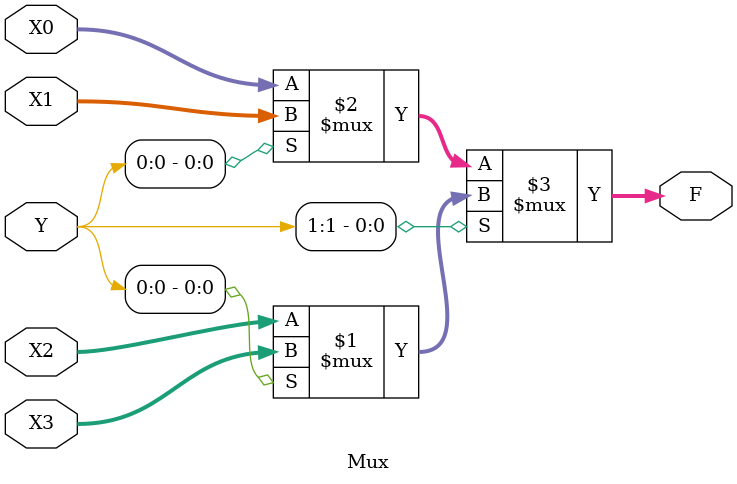
<source format=v>
module Mux (
    input [1:0] X0,
    input [1:0] X1,
    input [1:0] X2,
    input [1:0] X3,
    input [1:0] Y,
    output reg [1:0] F
);

  assign F = Y[1] ? (Y[0] ? X3 : X2) : (Y[0] ? X1 : X0);

endmodule

</source>
